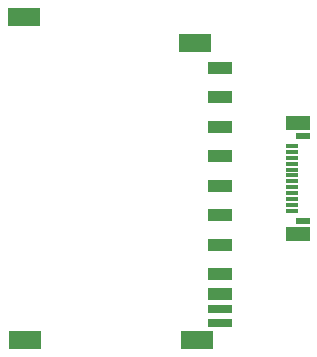
<source format=gbr>
%TF.GenerationSoftware,KiCad,Pcbnew,7.0.5*%
%TF.CreationDate,2023-06-23T15:18:34+05:00*%
%TF.ProjectId,jitx-design,6a697478-2d64-4657-9369-676e2e6b6963,rev?*%
%TF.SameCoordinates,Original*%
%TF.FileFunction,Paste,Bot*%
%TF.FilePolarity,Positive*%
%FSLAX46Y46*%
G04 Gerber Fmt 4.6, Leading zero omitted, Abs format (unit mm)*
G04 Created by KiCad (PCBNEW 7.0.5) date 2023-06-23 15:18:34*
%MOMM*%
%LPD*%
G01*
G04 APERTURE LIST*
%ADD10R,1.000000X0.300000*%
%ADD11R,1.200000X0.500000*%
%ADD12R,2.100000X1.300000*%
%ADD13R,2.800000X1.500000*%
%ADD14R,2.000000X0.700000*%
%ADD15R,2.000000X1.000000*%
G04 APERTURE END LIST*
D10*
%TO.C,USB1*%
X149437500Y-110750000D03*
X149437500Y-110250000D03*
X149437500Y-109750000D03*
X149437500Y-109250000D03*
X149437500Y-107250000D03*
X149437500Y-107750000D03*
X149437500Y-108250000D03*
X149437500Y-108750000D03*
X149437500Y-106750000D03*
X149437500Y-106250000D03*
X149437500Y-105750000D03*
X149437500Y-105250000D03*
D11*
X150336500Y-104425000D03*
X150336500Y-111575000D03*
D12*
X149887500Y-103300000D03*
X149887500Y-112700000D03*
%TD*%
D13*
%TO.C,Card1*%
X141225000Y-96550000D03*
X126725000Y-94350000D03*
X126825000Y-121650000D03*
X141325000Y-121650000D03*
D14*
X143275000Y-120260000D03*
X143275000Y-119060000D03*
D15*
X143275000Y-98630000D03*
X143275000Y-117760000D03*
X143275000Y-116060000D03*
X143275000Y-113630000D03*
X143275000Y-111130000D03*
X143275000Y-108630000D03*
X143275000Y-106130000D03*
X143275000Y-103630000D03*
X143275000Y-101130000D03*
%TD*%
M02*

</source>
